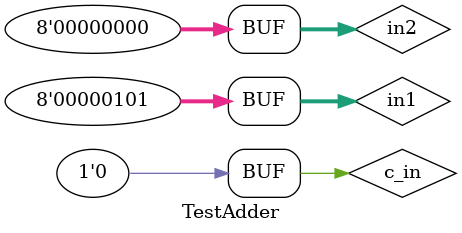
<source format=v>
`timescale 1ns / 1ps


module TestAdder;

	// Inputs
	reg [7:0] in1;
	reg [7:0] in2;
	reg c_in;

	// Outputs
	wire [7:0] out;

	// Instantiate the Unit Under Test (UUT)
	Adder uut (
		.in1(in1), 
		.in2(in2), 
		.c_in(c_in), 
		.out(out)
	);

	initial begin
		// Initialize Inputs
		in1 = 5;
		in2 = 10;
		c_in = 0;

		// Wait 100 ns for global reset to finish
		#100;
      
		in1 = 5;
		in2 = 0;
		c_in = 1;

		// Wait 100 ns for global reset to finish
		#100;
		
		in1 = 5;
		in2 = 10;
		c_in = 1;

		// Wait 100 ns for global reset to finish
		#100;
		
		in1 = 5;
		in2 = 0;
		c_in = 0;

		// Wait 100 ns for global reset to finish
		#100;
		// Add stimulus here

	end
      
endmodule


</source>
